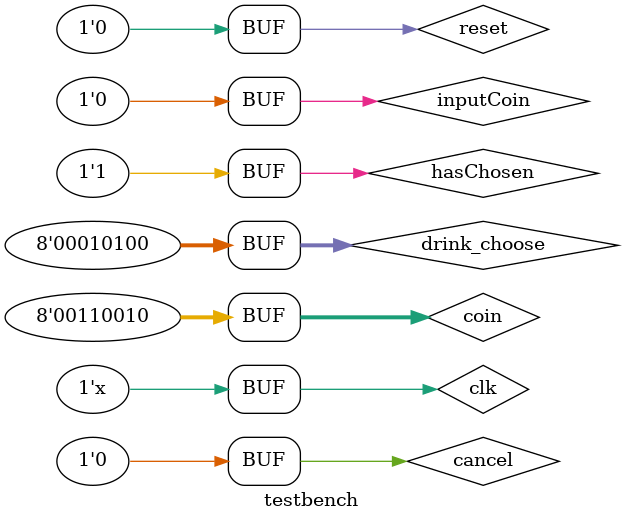
<source format=v>
module testbench ;

reg clk, reset, cancel, inputCoin, hasChosen ;
reg [7:0] coin, drink_choose ;


parameter tea = 8'd10,
          coke = 8'd15,
		  coffee = 8'd20,
		  milk = 8'd25;

FSM fsm( clk, reset, coin, drink_choose, cancel, inputCoin, hasChosen ) ;


always #5  clk = ~clk ;
initial begin
    clk = 1 ;
	// init
	reset = 1 ;
	drink_choose = 0 ;
	cancel = 0 ;
	inputCoin = 0 ; // 沒投錢=0, 投錢了=1
	hasChosen = 0 ; // 尚未選擇飲料=0, 已選擇飲料 = 1

	// B1
	$display( "Start B1\n" );
	#10 reset = 0; 
	#10 coin = 8'd10 ; inputCoin = 1 ; // 代表投錢了
	#10 coin = 8'd1 ;
	#10 coin = 8'd10 ;
	#30 drink_choose = coffee ; hasChosen = 1 ; // 選擇咖啡
	#10 inputCoin = 0 ; 
	#30 $display( "END B1\n" );
		$display( "-------------------------------------------------------------------------" );
	
	
	
	
	// init
	reset = 1 ; 
	hasChosen = 0 ;
	drink_choose = 0 ;
	cancel = 0 ;
	inputCoin = 0 ;
	#10 $display( "Start B2\n" );
	//start now!
	#10 reset = 0; 
	#10 coin = 8'd5 ; inputCoin = 1 ; 
	#10 coin = 8'd10 ;
	#10 cancel = 1 ; inputCoin = 0 ;
	#30 cancel = 0 ; coin = 8'd10 ; inputCoin = 1 ; 
	#10 coin = 8'd10 ;
	#10 coin = 8'd1 ;
	#20 coin = 8'd1 ;
	#20 coin = 8'd1 ;
	#20 coin = 8'd1 ;
	#20 coin = 8'd1 ;
	#20 drink_choose = milk ; hasChosen = 1 ;
	#10 inputCoin = 0 ;
	#30 $display( "END B2\n" );
		$display( "-------------------------------------------------------------------------" );
	
	
	
	
	
	// init
	reset = 1 ; 
	hasChosen = 0 ;
	drink_choose = 0 ;
	cancel = 0 ;
	inputCoin = 0 ;
	#10 $display( "Start B3\n" );
	//start now!
	#10 reset = 0; 
	#10 coin = 8'd5 ; inputCoin = 1 ; 
	#10 coin = 8'd10 ;
	#10 cancel = 1 ; inputCoin = 0 ;
	#30 cancel = 0 ; coin = 8'd10 ; inputCoin = 1 ; 
	#10 coin = 8'd10 ;
	#20 drink_choose = coke ; hasChosen = 1 ; // 可樂
	#10 inputCoin = 0 ; hasChosen = 0 ;
	#10 coin = 8'd10 ; inputCoin = 1 ; 
	#10 coin = 8'd10 ;
	#20 drink_choose = milk ; hasChosen = 1 ; // 牛奶
	#10 inputCoin = 0 ;hasChosen = 0;
	#10 coin = 8'd10 ; inputCoin = 1 ; 
	#10 drink_choose = tea ; hasChosen = 1 ; // 茶
	#10 inputCoin = 0 ; hasChosen = 0;
	#20 coin = 8'd50 ; inputCoin = 1 ; 	
	#10 drink_choose = coffee ; hasChosen = 1 ; // 咖啡
	#10 inputCoin = 0 ;
	#30 $display( "END B3\n" );
		
end


endmodule
</source>
